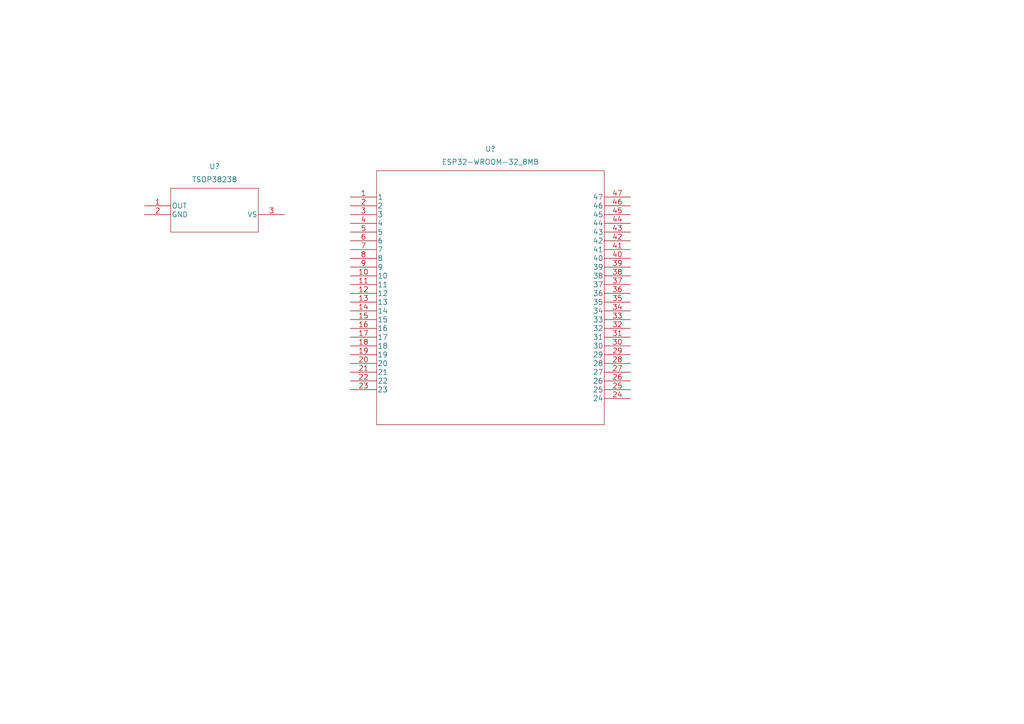
<source format=kicad_sch>
(kicad_sch (version 20211123) (generator eeschema)
  (paper "A4")
  (lib_symbols
    (symbol "ESEP32_Wroom_32D:ESP32-WROOM-32_8MB" (pin_names (offset 0.254))
      (property "Reference" "U" (at 40.64 12.7 0))
      (property "Value" "ESP32-WROOM-32_8MB" (at 40.64 10.16 0))
      (symbol "ESP32-WROOM-32_8MB_1_1"
        (polyline (pts (xy 7.62 -66.04) (xy 73.66 -66.04)) (stroke (width 0.127)))
        (polyline (pts (xy 7.62 7.62) (xy 7.62 -66.04)) (stroke (width 0.127)))
        (polyline (pts (xy 73.66 -66.04) (xy 73.66 7.62)) (stroke (width 0.127)))
        (polyline (pts (xy 73.66 7.62) (xy 7.62 7.62)) (stroke (width 0.127)))
        (pin unspecified line (at 0 0 0) (length 7.62) (name "1") (number "1"))
        (pin unspecified line (at 0 -22.86 0) (length 7.62) (name "10") (number "10"))
        (pin unspecified line (at 0 -25.4 0) (length 7.62) (name "11") (number "11"))
        (pin unspecified line (at 0 -27.94 0) (length 7.62) (name "12") (number "12"))
        (pin unspecified line (at 0 -30.48 0) (length 7.62) (name "13") (number "13"))
        (pin unspecified line (at 0 -33.02 0) (length 7.62) (name "14") (number "14"))
        (pin unspecified line (at 0 -35.56 0) (length 7.62) (name "15") (number "15"))
        (pin unspecified line (at 0 -38.1 0) (length 7.62) (name "16") (number "16"))
        (pin unspecified line (at 0 -40.64 0) (length 7.62) (name "17") (number "17"))
        (pin unspecified line (at 0 -43.18 0) (length 7.62) (name "18") (number "18"))
        (pin unspecified line (at 0 -45.72 0) (length 7.62) (name "19") (number "19"))
        (pin unspecified line (at 0 -2.54 0) (length 7.62) (name "2") (number "2"))
        (pin unspecified line (at 0 -48.26 0) (length 7.62) (name "20") (number "20"))
        (pin unspecified line (at 0 -50.8 0) (length 7.62) (name "21") (number "21"))
        (pin unspecified line (at 0 -53.34 0) (length 7.62) (name "22") (number "22"))
        (pin unspecified line (at 0 -55.88 0) (length 7.62) (name "23") (number "23"))
        (pin unspecified line (at 81.28 -58.42 180) (length 7.62) (name "24") (number "24"))
        (pin unspecified line (at 81.28 -55.88 180) (length 7.62) (name "25") (number "25"))
        (pin unspecified line (at 81.28 -53.34 180) (length 7.62) (name "26") (number "26"))
        (pin unspecified line (at 81.28 -50.8 180) (length 7.62) (name "27") (number "27"))
        (pin unspecified line (at 81.28 -48.26 180) (length 7.62) (name "28") (number "28"))
        (pin unspecified line (at 81.28 -45.72 180) (length 7.62) (name "29") (number "29"))
        (pin unspecified line (at 0 -5.08 0) (length 7.62) (name "3") (number "3"))
        (pin unspecified line (at 81.28 -43.18 180) (length 7.62) (name "30") (number "30"))
        (pin unspecified line (at 81.28 -40.64 180) (length 7.62) (name "31") (number "31"))
        (pin unspecified line (at 81.28 -38.1 180) (length 7.62) (name "32") (number "32"))
        (pin unspecified line (at 81.28 -35.56 180) (length 7.62) (name "33") (number "33"))
        (pin unspecified line (at 81.28 -33.02 180) (length 7.62) (name "34") (number "34"))
        (pin unspecified line (at 81.28 -30.48 180) (length 7.62) (name "35") (number "35"))
        (pin unspecified line (at 81.28 -27.94 180) (length 7.62) (name "36") (number "36"))
        (pin unspecified line (at 81.28 -25.4 180) (length 7.62) (name "37") (number "37"))
        (pin unspecified line (at 81.28 -22.86 180) (length 7.62) (name "38") (number "38"))
        (pin unspecified line (at 81.28 -20.32 180) (length 7.62) (name "39") (number "39"))
        (pin unspecified line (at 0 -7.62 0) (length 7.62) (name "4") (number "4"))
        (pin unspecified line (at 81.28 -17.78 180) (length 7.62) (name "40") (number "40"))
        (pin unspecified line (at 81.28 -15.24 180) (length 7.62) (name "41") (number "41"))
        (pin unspecified line (at 81.28 -12.7 180) (length 7.62) (name "42") (number "42"))
        (pin unspecified line (at 81.28 -10.16 180) (length 7.62) (name "43") (number "43"))
        (pin unspecified line (at 81.28 -7.62 180) (length 7.62) (name "44") (number "44"))
        (pin unspecified line (at 81.28 -5.08 180) (length 7.62) (name "45") (number "45"))
        (pin unspecified line (at 81.28 -2.54 180) (length 7.62) (name "46") (number "46"))
        (pin unspecified line (at 81.28 0 180) (length 7.62) (name "47") (number "47"))
        (pin unspecified line (at 0 -10.16 0) (length 7.62) (name "5") (number "5"))
        (pin unspecified line (at 0 -12.7 0) (length 7.62) (name "6") (number "6"))
        (pin unspecified line (at 0 -15.24 0) (length 7.62) (name "7") (number "7"))
        (pin unspecified line (at 0 -17.78 0) (length 7.62) (name "8") (number "8"))
        (pin unspecified line (at 0 -20.32 0) (length 7.62) (name "9") (number "9"))
      )
    )
    (symbol "TSOP_38238:TSOP38238" (pin_names (offset 0.254))
      (property "Reference" "U" (at 20.32 10.16 0))
      (property "Value" "TSOP38238" (at 20.32 7.62 0))
      (symbol "TSOP38238_1_1"
        (polyline (pts (xy 7.62 -7.62) (xy 33.02 -7.62)) (stroke (width 0.127)))
        (polyline (pts (xy 7.62 5.08) (xy 7.62 -7.62)) (stroke (width 0.127)))
        (polyline (pts (xy 33.02 -7.62) (xy 33.02 5.08)) (stroke (width 0.127)))
        (polyline (pts (xy 33.02 5.08) (xy 7.62 5.08)) (stroke (width 0.127)))
        (pin output line (at 0 0 0) (length 7.62) (name "OUT") (number "1"))
        (pin power_in line (at 0 -2.54 0) (length 7.62) (name "GND") (number "2"))
        (pin power_in line (at 40.64 -2.54 180) (length 7.62) (name "VS") (number "3"))
      )
    )
  )
  (symbol (lib_id "TSOP_38238:TSOP38238") (at 41.91 59.69 0) (unit 1)
    (property "Reference" "U?" (at 62.23 48.26 0) (effects (font (size 1.524 1.524))))
    (property "Value" "TSOP38238" (at 62.23 52.07 0) (effects (font (size 1.524 1.524))))
    (property "Footprint" "TSOP382" (effects hide))
  )
  (symbol (lib_id "ESEP32_Wroom_32D:ESP32-WROOM-32_8MB") (at 101.6 57.15 0) (unit 1)
    (property "Reference" "U?" (at 142.24 43.18 0) (effects (font (size 1.524 1.524))))
    (property "Value" "ESP32-WROOM-32_8MB" (at 142.24 46.99 0) (effects (font (size 1.524 1.524))))
    (property "Footprint" "IC38_ESP32-WROOM-32 8MB_EXP" (effects hide))
  )
)
</source>
